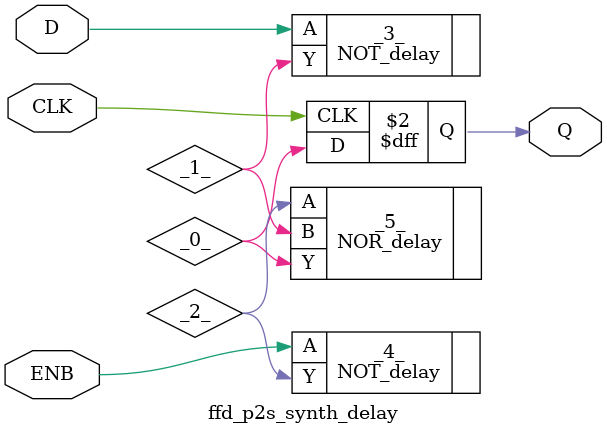
<source format=v>
/* Generated by Yosys 0.7 (git sha1 UNKNOWN, clang 5.0.1 -march=x86-64 -mtune=generic -O2 -fstack-protector-strong -fno-plt -fPIC -Os) */

module ffd_p2s_synth_delay(CLK, D, ENB, Q);
  wire _0_;
  wire _1_;
  wire _2_;
  input CLK;
  input D;
  input ENB;
  output Q;
  reg Q;
  NOT_delay _3_ (
    .A(D),
    .Y(_1_)
  );
  NOT_delay _4_ (
    .A(ENB),
    .Y(_2_)
  );
  NOR_delay _5_ (
    .A(_2_),
    .B(_1_),
    .Y(_0_)
  );
  always @(posedge CLK)
      Q <= #15  _0_;
endmodule

</source>
